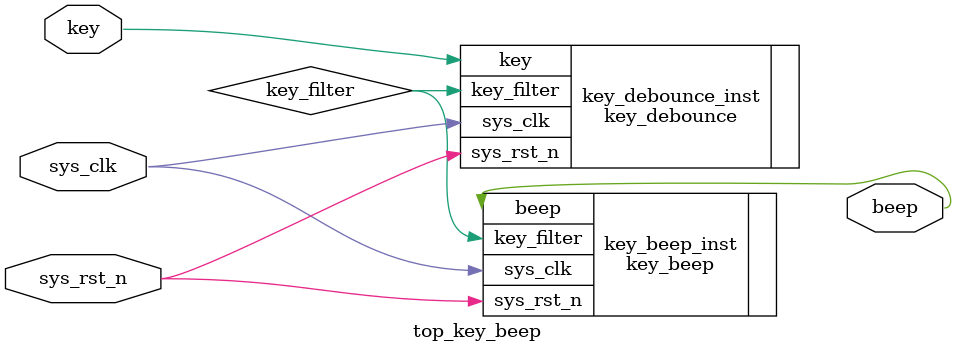
<source format=v>
module top_key_beep (
    input sys_clk,
    input sys_rst_n,

    input key,
    output beep
);

parameter CNT_MAX = 20'd100_0000;

wire key_filter;

key_debounce #(.CNT_MAX (CNT_MAX)) key_debounce_inst(
    .sys_clk (sys_clk),
    .sys_rst_n (sys_rst_n),
    .key (key),
    .key_filter (key_filter)
);

key_beep key_beep_inst(
    .sys_clk (sys_clk),
    .sys_rst_n (sys_rst_n),
    .key_filter (key_filter),
    .beep (beep)
);

endmodule
</source>
